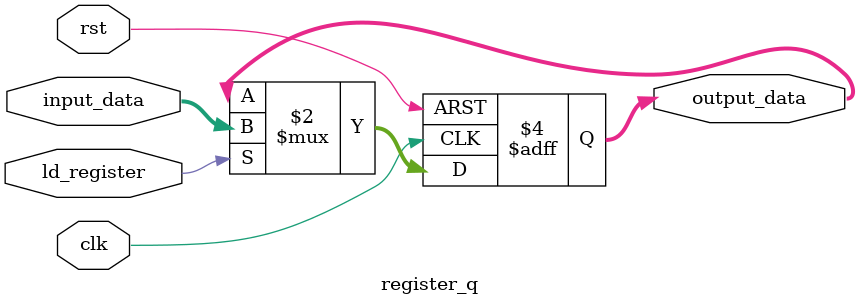
<source format=v>
`timescale 1ns/1ps
module register_q (
    input rst,
    input clk,
    input ld_register,
    input [15:0] input_data,
    output reg [15:0] output_data
);

always @(posedge(clk) or posedge(rst)) begin
    if(rst) begin
        output_data <= 16'b0; // Reset the register to 0
    end 
    else if(ld_register) begin
        output_data <= input_data; // Store the input data in the register
    end
end
    
endmodule
</source>
